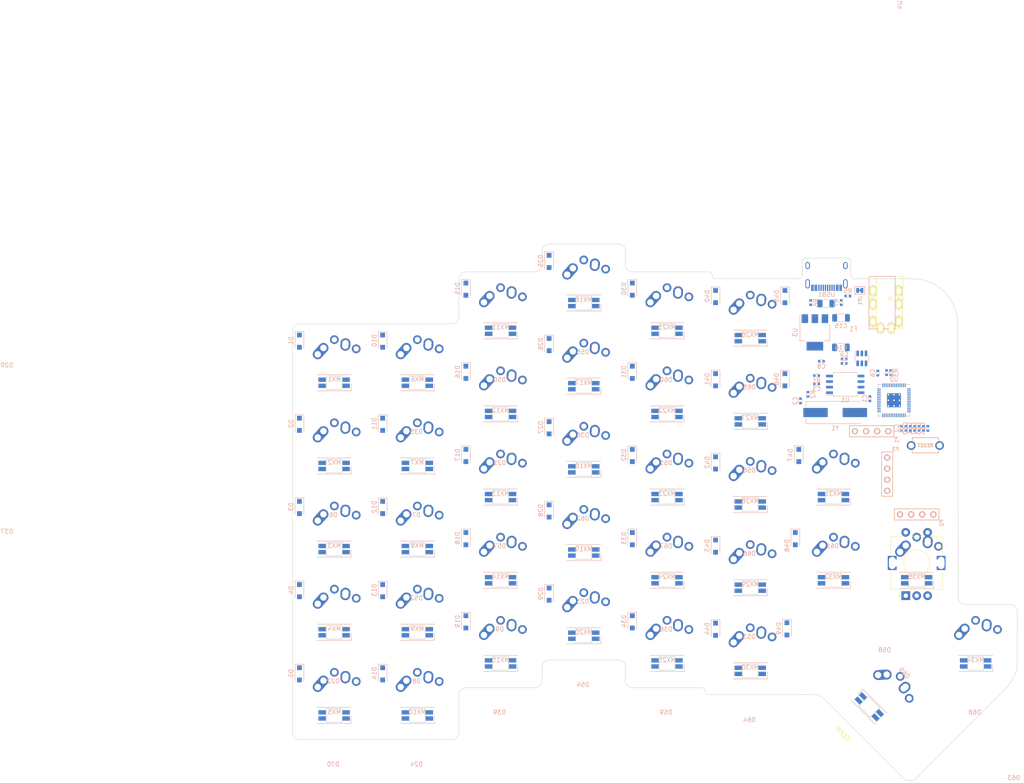
<source format=kicad_pcb>
(kicad_pcb (version 20210606) (generator pcbnew)
  (layers (0 "F.Cu" signal) (31 "B.Cu" signal) (34 "B.Paste" user) (35 "F.Paste" user) (36 "B.SilkS" user "B.Silkscreen") (37 "F.SilkS" user "F.Silkscreen") (38 "B.Mask" user) (39 "F.Mask" user) (44 "Edge.Cuts" user))
  (net 0 "")
  (net 1 "GND")
  (net 2 "Net-(C1-Pad2)")
  (net 3 "Net-(C2-Pad2)")
  (net 4 "QSPI_SS")
  (net 5 "+1V1")
  (net 6 "VBUS")
  (net 7 "Net-(D1-Pad2)")
  (net 8 "ROW0")
  (net 9 "Net-(D2-Pad2)")
  (net 10 "ROW1")
  (net 11 "Net-(D3-Pad2)")
  (net 12 "ROW2")
  (net 13 "Net-(D4-Pad2)")
  (net 14 "ROW3")
  (net 15 "Net-(D5-Pad2)")
  (net 16 "ROW4")
  (net 17 "Net-(D20-Pad2)")
  (net 18 "Net-(D6-Pad2)")
  (net 19 "VCC")
  (net 20 "Net-(D21-Pad4)")
  (net 21 "Net-(D22-Pad2)")
  (net 22 "Net-(D8-Pad2)")
  (net 23 "Net-(D23-Pad4)")
  (net 24 "Net-(D10-Pad2)")
  (net 25 "Net-(D11-Pad2)")
  (net 26 "Net-(D12-Pad2)")
  (net 27 "Net-(D13-Pad2)")
  (net 28 "Net-(D14-Pad2)")
  (net 29 "Net-(D15-Pad2)")
  (net 30 "Net-(D16-Pad2)")
  (net 31 "Net-(D17-Pad2)")
  (net 32 "Net-(D18-Pad2)")
  (net 33 "Net-(D19-Pad2)")
  (net 34 "Net-(D20-Pad4)")
  (net 35 "Net-(D21-Pad2)")
  (net 36 "Net-(D22-Pad4)")
  (net 37 "Net-(D23-Pad2)")
  (net 38 "Net-(D24-Pad4)")
  (net 39 "Net-(D25-Pad2)")
  (net 40 "Net-(D26-Pad2)")
  (net 41 "Net-(D27-Pad2)")
  (net 42 "Net-(D28-Pad2)")
  (net 43 "Net-(D29-Pad2)")
  (net 44 "Net-(D30-Pad2)")
  (net 45 "Net-(D31-Pad2)")
  (net 46 "Net-(D32-Pad2)")
  (net 47 "Net-(D33-Pad2)")
  (net 48 "Net-(D34-Pad2)")
  (net 49 "Net-(D35-Pad4)")
  (net 50 "Net-(D36-Pad2)")
  (net 51 "Net-(D37-Pad4)")
  (net 52 "Net-(D38-Pad2)")
  (net 53 "Net-(D39-Pad4)")
  (net 54 "Net-(D40-Pad2)")
  (net 55 "Net-(D41-Pad2)")
  (net 56 "Net-(D42-Pad2)")
  (net 57 "Net-(D43-Pad2)")
  (net 58 "Net-(D44-Pad2)")
  (net 59 "Net-(D45-Pad2)")
  (net 60 "Net-(D46-Pad2)")
  (net 61 "Net-(D47-Pad2)")
  (net 62 "Net-(D48-Pad2)")
  (net 63 "Net-(D49-Pad2)")
  (net 64 "Net-(D50-Pad4)")
  (net 65 "Net-(D51-Pad2)")
  (net 66 "Net-(D52-Pad4)")
  (net 67 "Net-(D53-Pad2)")
  (net 68 "Net-(D54-Pad4)")
  (net 69 "Net-(D55-Pad4)")
  (net 70 "Net-(D56-Pad2)")
  (net 71 "Net-(D57-Pad4)")
  (net 72 "Net-(D58-Pad2)")
  (net 73 "Net-(D59-Pad4)")
  (net 74 "Net-(D60-Pad4)")
  (net 75 "Net-(D61-Pad2)")
  (net 76 "Net-(D62-Pad4)")
  (net 77 "Net-(D63-Pad2)")
  (net 78 "Net-(D64-Pad4)")
  (net 79 "LED")
  (net 80 "Net-(D66-Pad2)")
  (net 81 "Net-(D68-Pad2)")
  (net 82 "Net-(F1-Pad1)")
  (net 83 "TRRS1")
  (net 84 "TRRS2")
  (net 85 "Data")
  (net 86 "SCL")
  (net 87 "SDA")
  (net 88 "COL0")
  (net 89 "COL1")
  (net 90 "COL2")
  (net 91 "COL3")
  (net 92 "COL4")
  (net 93 "COL5")
  (net 94 "COL6")
  (net 95 "SPI0 TX{slash}UART1 RTS")
  (net 96 "SPI0 SCK{slash}UART1 CTS")
  (net 97 "SPI0 CSn{slash}UART1 RX")
  (net 98 "SPI0 RX{slash}UART1 TX")
  (net 99 "Net-(R1-Pad2)")
  (net 100 "Net-(R2-Pad2)")
  (net 101 "Net-(R3-Pad1)")
  (net 102 "D+")
  (net 103 "Net-(R4-Pad1)")
  (net 104 "D-")
  (net 105 "Net-(R5-Pad2)")
  (net 106 "Net-(R6-Pad2)")
  (net 107 "Net-(R7-Pad1)")
  (net 108 "ENC0")
  (net 109 "ENC1")
  (net 110 "QSPI_SD1")
  (net 111 "QSPI_SD2")
  (net 112 "QSPI_SD0")
  (net 113 "QSPI_SCLK")
  (net 114 "QSPI_SD3")
  (net 128 "Net-(U4-Pad1)")
  (net 129 "Net-(U4-Pad3)")
  (net 130 "Net-(D24-Pad2)")
  (footprint "Keebio-Parts:MX-Alps-Choc-1U-NoLED" (layer "F.Cu") (at 157.95625 101.6)
    (fp_text reference "MX31")
    (fp_text value "MX-NoLED")
  )
  (footprint "Keebio-Parts:MX-Alps-Choc-1U-NoLED" (layer "F.Cu") (at 119.85625 101.6)
    (fp_text reference "MX23")
    (fp_text value "MX-NoLED")
  )
  (footprint "Keebio-Parts:MX-Alps-Choc-1U-NoLED" (layer "F.Cu") (at 138.90625 141.4)
    (fp_text reference "MX30")
    (fp_text value "MX-NoLED")
  )
  (footprint "Keebio-Parts:MX-Alps-Choc-1U-NoLED" (layer "F.Cu") (at 119.85625 120.65)
    (fp_text reference "MX24")
    (fp_text value "MX-NoLED")
  )
  (footprint "Keebio-Parts:MX-Alps-Choc-1U-NoLED" (layer "F.Cu") (at 138.90625 122.35)
    (fp_text reference "MX29")
    (fp_text value "MX-NoLED")
  )
  (footprint "Keebio-Parts:MX-Alps-Choc-1U-NoLED" (layer "F.Cu") (at 138.90625 84.25)
    (fp_text reference "MX27")
    (fp_text value "MX-NoLED")
  )
  (footprint "Keebio-Parts:MX-Alps-Choc-1U-NoLED" (layer "F.Cu") (at 177.00625 120.65)
    (fp_text reference "MX35")
    (fp_text value "MX-NoLED")
  )
  (footprint "Zodiark:MJ-4PP-9_rev2" (layer "F.Cu") (at 170.825 55.05)
    (fp_text reference "J1")
    (fp_text value "MJ-4PP-9-Lily58-cache" hide)
  )
  (footprint "Keebio-Parts:MX-Alps-Choc-1U-NoLED" (layer "F.Cu") (at 100.80625 76.2)
    (fp_text reference "MX17")
    (fp_text value "MX-NoLED")
  )
  (footprint "Keebio-Parts:MX-Alps-Choc-1U-NoLED" (layer "F.Cu") (at 119.85625 139.7)
    (fp_text reference "MX25")
    (fp_text value "MX-NoLED")
  )
  (footprint "Keebio-Parts:MX-Alps-Choc-1U-NoLED" (layer "F.Cu") (at 138.90625 103.3)
    (fp_text reference "MX28")
    (fp_text value "MX-NoLED")
  )
  (footprint "Keebio-Parts:MX-Alps-Choc-1U-NoLED" (layer "F.Cu") (at 138.90625 65.2)
    (fp_text reference "MX26")
    (fp_text value "MX-NoLED")
  )
  (footprint "Keebio-Parts:MX-Alps-Choc-1U-NoLED" (layer "F.Cu") (at 81.75625 63.5)
    (fp_text reference "MX11")
    (fp_text value "MX-NoLED")
  )
  (footprint "Keebio-Parts:MX-Alps-Choc-1U-NoLED" (layer "F.Cu") (at 81.75625 139.7)
    (fp_text reference "MX15")
    (fp_text value "MX-NoLED")
  )
  (footprint "Keebio-Parts:MX-Alps-Choc-1U-NoLED" (layer "F.Cu") (at 100.80625 133.35)
    (fp_text reference "MX20")
    (fp_text value "MX-NoLED")
  )
  (footprint "Keebio-Parts:MX-Alps-Choc-1U-NoLED" (layer "F.Cu") (at 81.75625 82.55)
    (fp_text reference "MX12")
    (fp_text value "MX-NoLED")
  )
  (footprint "Keebio-Parts:MX-Alps-Choc-1U-NoLED" (layer "F.Cu") (at 100.80625 57.15)
    (fp_text reference "MX16")
    (fp_text value "MX-NoLED")
  )
  (footprint "Keebio-Parts:MX-Alps-Choc-2u-StabFlip-NoLED" (layer "F.Cu") (at 169.06875 150.8125 -45)
    (fp_text reference "MX33")
    (fp_text value "MX-NoLED")
  )
  (footprint "Keebio-Parts:MX-Alps-Choc-1U-NoLED" (layer "F.Cu") (at 62.70625 75.40625)
    (fp_text reference "MX6")
    (fp_text value "MX-NoLED")
  )
  (footprint "Keebio-Parts:MX-Alps-Choc-1U-NoLED" (layer "F.Cu") (at 119.85625 82.55)
    (fp_text reference "MX22")
    (fp_text value "MX-NoLED")
  )
  (footprint "Keebio-Parts:MX-Alps-Choc-1U-NoLED" (layer "F.Cu") (at 43.7125 94.45625)
    (fp_text reference "MX2")
    (fp_text value "MX-NoLED")
  )
  (footprint "Keebio-Parts:MX-Alps-Choc-1U-NoLED" (layer "F.Cu") (at 81.75625 101.6)
    (fp_text reference "MX13")
    (fp_text value "MX-NoLED")
  )
  (footprint "Keebio-Parts:MX-Alps-Choc-1U-NoLED" (layer "F.Cu") (at 190.5 139.7)
    (fp_text reference "MX34")
    (fp_text value "MX-NoLED")
  )
  (footprint "Keebio-Parts:MX-Alps-Choc-1U-NoLED" (layer "F.Cu") (at 43.71875 151.60625)
    (fp_text reference "MX5")
    (fp_text value "MX-NoLED")
  )
  (footprint "Keebio-Parts:MX-Alps-Choc-1U-NoLED" (layer "F.Cu") (at 43.7125 113.50625)
    (fp_text reference "MX3")
    (fp_text value "MX-NoLED")
  )
  (footprint "Keebio-Parts:MX-Alps-Choc-1U-NoLED" (layer "F.Cu") (at 100.80625 114.3)
    (fp_text reference "MX19")
    (fp_text value "MX-NoLED")
  )
  (footprint "Keebio-Parts:MX-Alps-Choc-1U-NoLED" (layer "F.Cu") (at 43.71875 132.55625)
    (fp_text reference "MX4")
    (fp_text value "MX-NoLED")
  )
  (footprint "Keebio-Parts:MX-Alps-Choc-1U-NoLED" (layer "F.Cu") (at 157.95625 120.65)
    (fp_text reference "MX32")
    (fp_text value "MX-NoLED")
  )
  (footprint "Keebio-Parts:MX-Alps-Choc-1U-NoLED" (layer "F.Cu") (at 62.70625 94.45625)
    (fp_text reference "MX7")
    (fp_text value "MX-NoLED")
  )
  (footprint "Keebio-Parts:MX-Alps-Choc-1U-NoLED" (layer "F.Cu") (at 62.70625 151.60625)
    (fp_text reference "MX10")
    (fp_text value "MX-NoLED")
  )
  (footprint "Keebio-Parts:MX-Alps-Choc-1U-NoLED" (layer "F.Cu") (at 62.70625 113.50625)
    (fp_text reference "MX8")
    (fp_text value "MX-NoLED")
  )
  (footprint "Keebio-Parts:MX-Alps-Choc-1U-NoLED" (layer "F.Cu") (at 43.7125 75.40625)
    (fp_text reference "MX1")
    (fp_text value "MX-NoLED")
  )
  (footprint "Keebio-Parts:MX-Alps-Choc-1U-NoLED" (layer "F.Cu") (at 81.75625 120.65)
    (fp_text reference "MX14")
    (fp_text value "MX-NoLED")
  )
  (footprint "Keebio-Parts:RotaryEncoder_EC11" (layer "F.Cu") (at 177.00625 120.65 90)
    (fp_text reference "SW2")
    (fp_text value "Rotary_Encoder_Switch")
  )
  (footprint "Keebio-Parts:MX-Alps-Choc-1U-NoLED" (layer "F.Cu") (at 100.80625 95.25)
    (fp_text reference "MX18")
    (fp_text value "MX-NoLED")
  )
  (footprint "Keebio-Parts:MX-Alps-Choc-1U-NoLED" (layer "F.Cu") (at 62.70625 132.55625)
    (fp_text reference "MX9")
    (fp_text value "MX-NoLED")
  )
  (footprint "Keebio-Parts:MX-Alps-Choc-1U-NoLED" (layer "F.Cu") (at 119.85625 63.5)
    (fp_text reference "MX21")
    (fp_text value "MX-NoLED")
  )
  (footprint "kbd:YS-SK6812MINI-E" (layer "B.Cu") (at 62.70625 155.575 180)
    (fp_text reference "D24")
    (fp_text value "SK6812MINI-E_Easy_Solder")
    (fp_line (start 1.8 -1.55) (end 1.8 1.55) (layer "Edge.Cuts") (width 0.12))
    (fp_line (start 1.8 1.55) (end -1.8 1.55) (layer "Edge.Cuts") (width 0.12))
    (fp_line (start -1.8 1.55) (end -1.8 -1.55) (layer "Edge.Cuts") (width 0.12))
    (fp_line (start -1.8 -1.55) (end 1.8 -1.55) (layer "Edge.Cuts") (width 0.12))
  )
  (footprint "Resistor_SMD:R_0402_1005Metric" (layer "B.Cu") (at 154.09125 77.7375)
    (fp_text reference "R1")
    (fp_text value "1k")
  )
  (footprint "Diode_SMD:D_SOD-123F" (layer "B.Cu") (at 73.81875 115.09375 -90)
    (fp_text reference "D18")
    (fp_text value "D_Small")
  )
  (footprint "Diode_SMD:D_SOD-123F" (layer "B.Cu") (at 92.86875 108.74375 -90)
    (fp_text reference "D28")
    (fp_text value "D_Small")
  )
  (footprint "Resistor_SMD:R_0402_1005Metric" (layer "B.Cu") (at 174.55 89.84 -90)
    (fp_text reference "C9")
    (fp_text value "100n")
  )
  (footprint "Diode_SMD:D_SOD-123F" (layer "B.Cu") (at 150.01875 96.04375 -90)
    (fp_text reference "D47")
    (fp_text value "D_Small")
  )
  (footprint "Diode_SMD:D_SOD-123F" (layer "B.Cu") (at 73.81875 76.99375 -90)
    (fp_text reference "D16")
    (fp_text value "D_Small")
  )
  (footprint "Zodiark:OLED_4Pin" (layer "B.Cu") (at 170.4975 90.4875 180)
    (fp_text reference "P1")
    (fp_text value "OLED" hide)
  )
  (footprint "Diode_SMD:D_SOD-123F" (layer "B.Cu") (at 92.86875 70.64375 -90)
    (fp_text reference "D26")
    (fp_text value "D_Small")
  )
  (footprint "Resistor_SMD:R_0402_1005Metric" (layer "B.Cu") (at 150.4125 83.535 -90)
    (fp_text reference "C2")
    (fp_text value "27p")
  )
  (footprint "Diode_SMD:D_SOD-123F" (layer "B.Cu") (at 54.76875 88.9 -90)
    (fp_text reference "D11")
    (fp_text value "D_Small")
  )
  (footprint "Diode_SMD:D_SOD-123F" (layer "B.Cu") (at 111.91875 134.14375 -90)
    (fp_text reference "D34")
    (fp_text value "D_Small")
  )
  (footprint "Resistor_SMD:R_0402_1005Metric" (layer "B.Cu") (at 177.55 89.84 -90)
    (fp_text reference "C12")
    (fp_text value "100n")
  )
  (footprint "kbd:YS-SK6812MINI-E" (layer "B.Cu") (at 81.75625 105.56875 180)
    (fp_text reference "D57")
    (fp_text value "SK6812MINI-E_Easy_Solder")
    (fp_line (start 1.8 -1.55) (end 1.8 1.55) (layer "Edge.Cuts") (width 0.12))
    (fp_line (start -1.8 -1.55) (end 1.8 -1.55) (layer "Edge.Cuts") (width 0.12))
    (fp_line (start 1.8 1.55) (end -1.8 1.55) (layer "Edge.Cuts") (width 0.12))
    (fp_line (start -1.8 1.55) (end -1.8 -1.55) (layer "Edge.Cuts") (width 0.12))
  )
  (footprint "kbd:YS-SK6812MINI-E" (layer "B.Cu") (at 81.75625 67.46875 180)
    (fp_text reference "D50")
    (fp_text value "SK6812MINI-E_Easy_Solder")
    (fp_line (start -1.8 -1.55) (end 1.8 -1.55) (layer "Edge.Cuts") (width 0.12))
    (fp_line (start 1.8 1.55) (end -1.8 1.55) (layer "Edge.Cuts") (width 0.12))
    (fp_line (start 1.8 -1.55) (end 1.8 1.55) (layer "Edge.Cuts") (width 0.12))
    (fp_line (start -1.8 1.55) (end -1.8 -1.55) (layer "Edge.Cuts") (width 0.12))
  )
  (footprint "Diode_SMD:D_SOD-123F" (layer "B.Cu") (at 92.86875 51.59375 -90)
    (fp_text reference "D25")
    (fp_text value "D_Small")
  )
  (footprint "Diode_SMD:D_SOD-123F" (layer "B.Cu") (at 54.76875 107.95 -90)
    (fp_text reference "D12")
    (fp_text value "D_Small")
  )
  (footprint "Diode_SMD:D_SOD-123F" (layer "B.Cu") (at 130.96875 116.79375 -90)
    (fp_text reference "D43")
    (fp_text value "D_Small")
  )
  (footprint "Package_TO_SOT_SMD:SOT-23-6" (layer "B.Cu") (at 164.45 73.8 -90)
    (fp_text reference "U4")
    (fp_text value "USBLC6-2SC6")
  )
  (footprint "kbd:YS-SK6812MINI-E" (layer "B.Cu") (at 190.5 143.66875 180)
    (fp_text reference "D68")
    (fp_text value "SK6812MINI-E_Easy_Solder")
    (fp_line (start 1.8 1.55) (end -1.8 1.55) (layer "Edge.Cuts") (width 0.12))
    (fp_line (start -1.8 1.55) (end -1.8 -1.55) (layer "Edge.Cuts") (width 0.12))
    (fp_line (start 1.8 -1.55) (end 1.8 1.55) (layer "Edge.Cuts") (width 0.12))
    (fp_line (start -1.8 -1.55) (end 1.8 -1.55) (layer "Edge.Cuts") (width 0.12))
  )
  (footprint "Diode_SMD:D_SOD-123F" (layer "B.Cu") (at 149.225 115.09375 -90)
    (fp_text reference "D48")
    (fp_text value "D_Small")
  )
  (footprint "Zodiark:OLED_4Pin" (layer "B.Cu") (at 170.25 96.5 -90)
    (fp_text reference "P3")
    (fp_text value "OLED" hide)
  )
  (footprint "kbd:YS-SK6812MINI-E" (layer "B.Cu") (at 81.75625 86.51875 180)
    (fp_text reference "D21")
    (fp_text value "SK6812MINI-E_Easy_Solder")
    (fp_line (start 1.8 1.55) (end -1.8 1.55) (layer "Edge.Cuts") (width 0.12))
    (fp_line (start -1.8 -1.55) (end 1.8 -1.55) (layer "Edge.Cuts") (width 0.12))
    (fp_line (start -1.8 1.55) (end -1.8 -1.55) (layer "Edge.Cuts") (width 0.12))
    (fp_line (start 1.8 -1.55) (end 1.8 1.55) (layer "Edge.Cuts") (width 0.12))
  )
  (footprint "kbd:YS-SK6812MINI-E" (layer "B.Cu") (at 177.00625 124.61875 180)
    (fp_text reference "D63")
    (fp_text value "SK6812MINI-E_Easy_Solder")
    (fp_line (start -1.8 -1.55) (end 1.8 -1.55) (layer "Edge.Cuts") (width 0.12))
    (fp_line (start 1.8 1.55) (end -1.8 1.55) (layer "Edge.Cuts") (width 0.12))
    (fp_line (start 1.8 -1.55) (end 1.8 1.55) (layer "Edge.Cuts") (width 0.12))
    (fp_line (start -1.8 1.55) (end -1.8 -1.55) (layer "Edge.Cuts") (width 0.12))
  )
  (footprint "kbd:YS-SK6812MINI-E" (layer "B.Cu") (at 119.85625 67.46875 180)
    (fp_text reference "D60")
    (fp_text value "SK6812MINI-E_Easy_Solder")
    (fp_line (start -1.8 1.55) (end -1.8 -1.55) (layer "Edge.Cuts") (width 0.12))
    (fp_line (start 1.8 -1.55) (end 1.8 1.55) (layer "Edge.Cuts") (width 0.12))
    (fp_line (start -1.8 -1.55) (end 1.8 -1.55) (layer "Edge.Cuts") (width 0.12))
    (fp_line (start 1.8 1.55) (end -1.8 1.55) (layer "Edge.Cuts") (width 0.12))
  )
  (footprint "Resistor_SMD:R_0402_1005Metric" (layer "B.Cu") (at 161.24375 59.5125 180)
    (fp_text reference "R5")
    (fp_text value "1M")
  )
  (footprint "kbd:YS-SK6812MINI-E" (layer "B.Cu") (at 119.85625 105.56875 180)
    (fp_text reference "D67")
    (fp_text value "SK6812MINI-E_Easy_Solder")
    (fp_line (start 1.8 1.55) (end -1.8 1.55) (layer "Edge.Cuts") (width 0.12))
    (fp_line (start -1.8 -1.55) (end 1.8 -1.55) (layer "Edge.Cuts") (width 0.12))
    (fp_line (start -1.8 1.55) (end -1.8 -1.55) (layer "Edge.Cuts") (width 0.12))
    (fp_line (start 1.8 -1.55) (end 1.8 1.55) (layer "Edge.Cuts") (width 0.12))
  )
  (footprint "Resistor_SMD:R_0402_1005Metric" (layer "B.Cu") (at 173.55 89.84 -90)
    (fp_text reference "C7")
    (fp_text value "100n")
  )
  (footprint "kbd:YS-SK6812MINI-E" (layer "B.Cu") (at 62.70625 136.525 180)
    (fp_text reference "D8")
    (fp_text value "SK6812MINI-E_Easy_Solder")
    (fp_line (start -1.8 1.55) (end -1.8 -1.55) (layer "Edge.Cuts") (width 0.12))
    (fp_line (start -1.8 -1.55) (end 1.8 -1.55) (layer "Edge.Cuts") (width 0.12))
    (fp_line (start 1.8 -1.55) (end 1.8 1.55) (layer "Edge.Cuts") (width 0.12))
    (fp_line (start 1.8 1.55) (end -1.8 1.55) (layer "Edge.Cuts") (width 0.12))
  )
  (footprint "kbd:YS-SK6812MINI-E" (layer "B.Cu") (at 138.90625 69.16875 180)
    (fp_text reference "D65")
    (fp_text value "SK6812MINI-E_Easy_Solder")
    (fp_line (start -1.8 -1.55) (end 1.8 -1.55) (layer "Edge.Cuts") (width 0.12))
    (fp_line (start 1.8 1.55) (end -1.8 1.55) (layer "Edge.Cuts") (width 0.12))
    (fp_line (start -1.8 1.55) (end -1.8 -1.55) (layer "Edge.Cuts") (width 0.12))
    (fp_line (start 1.8 -1.55) (end 1.8 1.55) (layer "Edge.Cuts") (width 0.12))
  )
  (footprint "Resistor_SMD:R_0402_1005Metric" (layer "B.Cu") (at 170.1125 77.05 90)
    (fp_text reference "R4")
    (fp_text value "27.4")
  )
  (footprint "Diode_SMD:D_SOD-123F" (layer "B.Cu") (at 35.71875 146.05 -90)
    (fp_text reference "D5")
    (fp_text value "D_Small")
  )
  (footprint "Diode_SMD:D_SOD-123F" (layer "B.Cu") (at 54.76875 69.85 -90)
    (fp_text reference "D10")
    (fp_text value "D_Small")
  )
  (footprint "Resistor_SMD:R_0402_1005Metric" (layer "B.Cu") (at 152.74375 61.0125 90)
    (fp_text reference "R6")
    (fp_text value "5.11k")
  )
  (footprint "Resistor_SMD:R_0402_1005Metric" (layer "B.Cu") (at 152.1 82.04 90)
    (fp_text reference "R2")
    (fp_text value "1k")
  )
  (footprint "kbd:YS-SK6812MINI-E" (layer "B.Cu") (at 119.85625 143.66875 180)
    (fp_text reference "D59")
    (fp_text value "SK6812MINI-E_Easy_Solder")
    (fp_line (start 1.8 1.55) (end -1.8 1.55) (layer "Edge.Cuts") (width 0.12))
    (fp_line (start 1.8 -1.55) (end 1.8 1.55) (layer "Edge.Cuts") (width 0.12))
    (fp_line (start -1.8 1.55) (end -1.8 -1.55) (layer "Edge.Cuts") (width 0.12))
    (fp_line (start -1.8 -1.55) (end 1.8 -1.55) (layer "Edge.Cuts") (width 0.12))
  )
  (footprint "kbd:YS-SK6812MINI-E" (layer "B.Cu") (at 100.80625 99.21875 180)
    (fp_text reference "D62")
    (fp_text value "SK6812MINI-E_Easy_Solder")
    (fp_line (start -1.8 -1.55) (end 1.8 -1.55) (layer "Edge.Cuts") (width 0.12))
    (fp_line (start -1.8 1.55) (end -1.8 -1.55) (layer "Edge.Cuts") (width 0.12))
    (fp_line (start 1.8 -1.55) (end 1.8 1.55) (layer "Edge.Cuts") (width 0.12))
    (fp_line (start 1.8 1.55) (end -1.8 1.55) (layer "Edge.Cuts") (width 0.12))
  )
  (footprint "Diode_SMD:D_SOD-123F" (layer "B.Cu") (at 130.96875 135.84375 -90)
    (fp_text reference "D44")
    (fp_text value "D_Small")
  )
  (footprint "Diode_SMD:D_SOD-123F" (layer "B.Cu") (at 130.96875 59.64375 -90)
    (fp_text reference "D40")
    (fp_text value "D_Small")
  )
  (footprint "kbd:YS-SK6812MINI-E" (layer "B.Cu") (at 157.95625 105.56875 180)
    (fp_text reference "D61")
    (fp_text value "SK6812MINI-E_Easy_Solder")
    (fp_line (start 1.8 1.55) (end -1.8 1.55) (layer "Edge.Cuts") (width 0.12))
    (fp_line (start 1.8 -1.55) (end 1.8 1.55) (layer "Edge.Cuts") (width 0.12))
    (fp_line (start -1.8 1.55) (end -1.8 -1.55) (layer "Edge.Cuts") (width 0.12))
    (fp_line (start -1.8 -1.55) (end 1.8 -1.55) (layer "Edge.Cuts") (width 0.12))
  )
  (footprint "Diode_SMD:D_SOD-123F" (layer "B.Cu") (at 147.3 135.75 -90)
    (fp_text reference "D49")
    (fp_text value "D_Small")
  )
  (footprint "Resistor_SMD:R_0402_1005Metric" (layer "B.Cu") (at 175.55 89.84 -90)
    (fp_text reference "C10")
    (fp_text value "100n")
  )
  (footprint "Diode_SMD:D_SOD-123F" (layer "B.Cu") (at 146.84375 59.64375 -90)
    (fp_text reference "D45")
    (fp_text value "D_Small")
  )
  (footprint "kbd:YS-SK6812MINI-E" (layer "B.Cu") (at 166.15 153.6 -45)
    (fp_text reference "D69")
    (fp_text value "SK6812MINI-E_Easy_Solder")
    (fp_line (start -1.8 1.55) (end -1.8 -1.55) (layer "Edge.Cuts") (width 0.12))
    (fp_line (start 1.8 -1.55) (end 1.8 1.55) (layer "Edge.Cuts") (width 0.12))
    (fp_line (start -1.8 -1.55) (end 1.8 -1.55) (layer "Edge.Cuts") (width 0.12))
    (fp_line (start 1.8 1.55) (end -1.8 1.55) (layer "Edge.Cuts") (width 0.12))
  )
  (footprint "kbd:YS-SK6812MINI-E" (layer "B.Cu") (at 157.95625 124.61875 180)
    (fp_text reference "D58")
    (fp_text value "SK6812MINI-E_Easy_Solder")
    (fp_line (start -1.8 -1.55) (end 1.8 -1.55) (layer "Edge.Cuts") (width 0.12))
    (fp_line (start 1.8 1.55) (end -1.8 1.55) (layer "Edge.Cuts") (width 0.12))
    (fp_line (start 1.8 -1.55) (end 1.8 1.55) (layer "Edge.Cuts") (width 0.12))
    (fp_line (start -1.8 1.55) (end -1.8 -1.55) (layer "Edge.Cuts") (width 0.12))
  )
  (footprint "Resistor_SMD:R_0402_1005Metric" (layer "B.Cu") (at 160.4 74.95 180)
    (fp_text reference "C5")
    (fp_text value "100n")
  )
  (footprint "Zodiark:OLED_4Pin" (layer "B.Cu") (at 180.81625 109.5375 180)
    (fp_text reference "P2")
    (fp_text value "OLED" hide)
  )
  (footprint "Diode_SMD:D_SOD-123F" (layer "B.Cu") (at 73.81875 96.04375 -90)
    (fp_text reference "D17")
    (fp_text value "D_Small")
  )
  (footprint "RP2040_minimal:RP2040-QFN-56" (layer "B.Cu") (at 171.8 83.4 180)
    (fp_text reference "U2")
    (fp_text value "RP2040")
  )
  (footprint "kbd:YS-SK6812MINI-E" (layer "B.Cu") (at 62.70625 117.475 180)
    (fp_text reference "D52")
    (fp_text value "SK6812MINI-E_Easy_Solder")
    (fp_line (start 1.8 -1.55) (end 1.8 1.55) (layer "Edge.Cuts") (width 0.12))
    (fp_line (start 1.8 1.55) (end -1.8 1.55) (layer "Edge.Cuts") (width 0.12))
    (fp_line (start -1.8 -1.55) (end 1.8 -1.55) (layer "Edge.Cuts") (width 0.12))
    (fp_line (start -1.8 1.55) (end -1.8 -1.55) (layer "Edge.Cuts") (width 0.12))
  )
  (footprint "Resistor_SMD:R_0402_1005Metric" (layer "B.Cu") (at 166.2875 83.025 -90)
    (fp_text reference "C1")
    (fp_text value "27p")
  )
  (footprint "Diode_SMD:D_SOD-123F" (layer "B.Cu") (at 54.76875 146.05 -90)
    (fp_text reference "D14")
    (fp_text value "D_Small")
  )
  (footprint "kbd:YS-SK6812MINI-E" (layer "B.Cu") (at 138.90625 145.36875 180)
    (fp_text reference "D64")
    (fp_text value "SK6812MINI-E_Easy_Solder")
    (fp_line (start 1.8 1.55) (end -1.8 1.55) (layer "Edge.Cuts") (width 0.12))
    (fp_line (start 1.8 -1.55) (end 1.8 1.55) (layer "Edge.Cuts") (width 0.12))
    (fp_line (start -1.8 1.55) (end -1.8 -1.55) (layer "Edge.Cuts") (width 0.12))
    (fp_line (start -1.8 -1.55) (end 1.8 -1.55) (layer "Edge.Cuts") (width 0.12))
  )
  (footprint "Diode_SMD:D_SOD-123F" (layer "B.Cu") (at 35.71875 88.9 -90)
    (fp_text reference "D2")
    (fp_text value "D_Small")
  )
  (footprint "kbd:YS-SK6812MINI-E" (layer "B.Cu") (at 100.80625 137.31875 180)
    (fp_text reference "D54")
    (fp_text value "SK6812MINI-E_Easy_Solder")
    (fp_line (start -1.8 -1.55) (end 1.8 -1.55) (layer "Edge.Cuts") (width 0.12))
    (fp_line (start 1.8 1.55) (end -1.8 1.55) (layer "Edge.Cuts") (width 0.12))
    (fp_line (start -1.8 1.55) (end -1.8 -1.55) (layer "Edge.Cuts") (width 0.12))
    (fp_line (start 1.8 -1.55) (end 1.8 1.55) (layer "Edge.Cuts") (width 0.12))
  )
  (footprint "kbd:YS-SK6812MINI-E" (layer "B.Cu") (at 119.85625 86.51875 180)
    (fp_text reference "D51")
    (fp_text value "SK6812MINI-E_Easy_Solder")
    (fp_line (start 1.8 1.55) (end -1.8 1.55) (layer "Edge.Cuts") (width 0.12))
    (fp_line (start 1.8 -1.55) (end 1.8 1.55) (layer "Edge.Cuts") (width 0.12))
    (fp_line (start -1.8 1.55) (end -1.8 -1.55) (layer "Edge.Cuts") (width 0.12))
    (fp_line (start -1.8 -1.55) (end 1.8 -1.55) (layer "Edge.Cuts") (width 0.12))
  )
  (footprint "Diode_SMD:D_SOD-123F" (layer "B.Cu") (at 35.71875 127 -90)
    (fp_text reference "D4")
    (fp_text value "D_Small")
  )
  (footprint "Resistor_SMD:R_0402_1005Metric" (layer "B.Cu") (at 178.55 89.84 -90)
    (fp_text reference "C13")
    (fp_text value "100n")
  )
  (footprint "Resistor_SMD:R_0402_1005Metric" (layer "B.Cu") (at 160.41 73.95 180)
    (fp_text reference "C4")
    (fp_text value "100n")
  )
  (footprint "Resistor_SMD:R_1206_3216Metric" (layer "B.Cu") (at 159.69375 64.51875)
    (fp_text reference "C15")
    (fp_text value "10u")
  )
  (footprint "Diode_SMD:D_SOD-123F" (layer "B.Cu") (at 111.91875 96.04375 -90)
    (fp_text reference "D32")
    (fp_text value "D_Small")
  )
  (footprint "kbd:YS-SK6812MINI-E" (layer "B.Cu") (at 43.65625 79.375 180)
    (fp_text reference "D20")
    (fp_text value "SK6812MINI-E_Easy_Solder")
    (fp_line (start -1.8 1.55) (end -1.8 -1.55) (layer "Edge.Cuts") (width 0.12))
    (fp_line (start 1.8 1.55) (end -1.8 1.55) (layer "Edge.Cuts") (width 0.12))
    (fp_line (start 1.8 -1.55) (end 1.8 1.55) (layer "Edge.Cuts") (width 0.12))
    (fp_line (start -1.8 -1.55) (end 1.8 -1.55) (layer "Edge.Cuts") (width 0.12))
  )
  (footprint "Diode_SMD:D_SOD-123F" (layer "B.Cu") (at 111.91875 57.94375 -90)
    (fp_text reference "D30")
    (fp_text value "D_Small")
  )
  (footprint "Resistor_SMD:R_0402_1005Metric" (layer "B.Cu") (at 168.1125 77.16875 -90)
    (fp_text reference "C6")
    (fp_text value "1u")
  )
  (footprint "kbd:YS-SK6812MINI-E" (layer "B.Cu") (at 138.90625 126.31875 180)
    (fp_text reference "D53")
    (fp_text value "SK6812MINI-E_Easy_Solder")
    (fp_line (start 1.8 -1.55) (end 1.8 1.55) (layer "Edge.Cuts") (width 0.12))
    (fp_line (start -1.8 1.55) (end -1.8 -1.55) (layer "Edge.Cuts") (width 0.12))
    (fp_line (start -1.8 -1.55) (end 1.8 -1.55) (layer "Edge.Cuts") (width 0.12))
    (fp_line (start 1.8 1.55) (end -1.8 1.55) (layer "Edge.Cuts") (width 0.12))
  )
  (footprint "kbd:YS-SK6812MINI-E" (layer "B.Cu") (at 43.65625 136.525 180)
    (fp_text reference "D22")
    (fp_text value "SK6812MINI-E_Easy_Solder")
    (fp_line (start 1.8 -1.55) (end 1.8 1.55) (layer "Edge.Cuts") (width 0.12))
    (fp_line (start -1.8 1.55) (end -1.8 -1.55) (layer "Edge.Cuts") (width 0.12))
    (fp_line (start -1.8 -1.55) (end 1.8 -1.55) (layer "Edge.Cuts") (width 0.12))
    (fp_line (start 1.8 1.55) (end -1.8 1.55) (layer "Edge.Cuts") (width 0.12))
  )
  (footprint "kbd:YS-SK6812MINI-E" (layer "B.Cu") (at 100.80625 61.11875 180)
    (fp_text reference "D55")
    (fp_text value "SK6812MINI-E_Easy_Solder")
    (fp_line (start 1.8 1.55) (end -1.8 1.55) (layer "Edge.Cuts") (width 0.12))
    (fp_line (start -1.8 1.55) (end -1.8 -1.55) (layer "Edge.Cuts") (width 0.12))
    (fp_line (start -1.8 -1.55) (end 1.8 -1.55) (layer "Edge.Cuts") (width 0.12))
    (fp_line (start 1.8 -1.55) (end 1.8 1.55) (layer "Edge.Cuts") (width 0.12))
  )
  (footprint "Resistor_SMD:R_0402_1005Metric" (layer "B.Cu") (at 154.1 79.65)
    (fp_text reference "C3")
    (fp_text value "100n")
  )
  (footprint "Resistor_SMD:R_0402_1005Metric" (layer "B.Cu") (at 155.2 74.45)
    (fp_text reference "C8")
    (fp_text value "1u")
  )
  (footprint "kbd:YS-SK6812MINI-E" (layer "B.Cu") (at 43.65625 155.575 180)
    (fp_text reference "D70")
    (fp_text value "SK6812MINI-E_Easy_Solder")
    (fp_line (start -1.8 1.55) (end -1.8 -1.55) (layer "Edge.Cuts") (width 0.12))
    (fp_line (start 1.8 -1.55) (end 1.8 1.55) (layer "Edge.Cuts") (width 0.12))
    (fp_line (start 1.8 1.55) (end -1.8 1.55) (layer "Edge.Cuts") (width 0.12))
    (fp_line (start -1.8 -1.55) (end 1.8 -1.55) (layer "Edge.Cuts") (width 0.12))
  )
  (footprint "Diode_SMD:D_SOD-123F" (layer "B.Cu") (at 73.81875 134.14375 -90)
    (fp_text reference "D19")
    (fp_text value "D_Small")
  )
  (footprint "Fuse:Fuse_1206_3216Metric" (layer "B.Cu") (at 156.25 61.24375)
    (fp_text reference "F1")
    (fp_text value "MF-NSMF050-2")
  )
  (footprint "Resistor_SMD:R_0402_1005Metric" (layer "B.Cu") (at 171.1125 77.05 90)
    (fp_text reference "R3")
    (fp_text value "27.4")
  )
  (footprint "kbd:YS-SK6812MINI-E" (layer "B.Cu") (at 81.75625 124.61875 180)
    (fp_text reference "D9")
    (fp_text value "SK6812MINI-E_Easy_Solder")
    (fp_line (start -1.8 -1.55) (end 1.8 -1.55) (layer "Edge.Cuts") (width 0.12))
    (fp_line (start 1.8 -1.55) (end 1.8 1.55) (layer "Edge.Cuts") (width 0.12))
    (fp_line (start 1.8 1.55) (end -1.8 1.55) (layer "Edge.Cuts") (width 0.12))
    (fp_line (start -1.8 1.55) (end -1.8 -1.55) (layer "Edge.Cuts") (width 0.12))
  )
  (footprint "kbd:YS-SK6812MINI-E" (layer "B.Cu") (at 119.85625 124.61875 180)
    (fp_text reference "D38")
    (fp_text value "SK6812MINI-E_Easy_Solder")
    (fp_line (start 1.8 -1.55) (end 1.8 1.55) (layer "Edge.Cuts") (width 0.12))
    (fp_line (start -1.8 1.55) (end -1.8 -1.55) (layer "Edge.Cuts") (width 0.12))
    (fp_line (start -1.8 -1.55) (end 1.8 -1.55) (layer "Edge.Cuts") (width 0.12))
    (fp_line (start 1.8 1.55) (end -1.8 1.55) (layer "Edge.Cuts") (width 0.12))
  )
  (footprint "Resistor_SMD:R_0402_1005Metric" (layer "B.Cu") (at 159.74375 61.0125 -90)
    (fp_text reference "R7")
    (fp_text value "5.11k")
  )
  (footprint "kbd:YS-SK6812MINI-E" (layer "B.Cu") (at 43.65625 98.425 180)
    (fp_text reference "D6")
    (fp_text value "SK6812MINI-E_Easy_Solder")
    (fp_line (start -1.8 -1.55) (end 1.8 -1.55) (layer "Edge.Cuts") (width 0.12))
    (fp_line (start -1.8 1.55) (end -1.8 -1.55) (layer "Edge.Cuts") (width 0.12))
    (fp_line (start 1.8 1.55) (end -1.8 1.55) (layer "Edge.Cuts") (width 0.12))
    (fp_line (start 1.8 -1.55) (end 1.8 1.55) (layer "Edge.Cuts") (width 0.12))
  )
  (footprint "Diode_SMD:D_SOD-123F" (layer "B.Cu") (at 146.84375 78.69375 -90)
    (fp_text reference "D46")
    (fp_text value "D_Small")
  )
  (footprint "Resistor_SMD:R_1206_3216Metric" (layer "B.Cu") (at 159.65625 71.26875)
    (fp_text reference "C16")
    (fp_text value "10u")
  )
  (footprint "Zodiark:TACT_SWITCH_TVBP06" (layer "B.Cu") (at 179 93.75 180)
    (fp_text reference "SW1" hide)
    (fp_text value "SW_Push" hide)
  )
  (footprint "RP2040_minimal:Crystal_SMD_HC49-US" (layer "B.Cu") (at 158.35 86.2)
    (fp_text reference "Y1")
    (fp_text value "ABLS-12.000MHZ-B4-T")
  )
  (footprint "kbd:YS-SK6812MINI-E" (layer "B.Cu") (at 43.65625 117.475 180)
    (fp_text reference "D37")
    (fp_text value "SK6812MINI-E_Easy_Solder")
    (fp_line (start -1.8 1.55) (end -1.8 -1.55) (layer "Edge.Cuts") (width 0.12))
    (fp_line (start 1.8 -1.55) (end 1.8 1.55) (layer "Edge.Cuts") (width 0.12))
    (fp_line (start -1.8 -1.55) (end 1.8 -1.55) (layer "Edge.Cuts") (width 0.12))
    (fp_line (start 1.8 1.55) (end -1.8 1.55) (layer "Edge.Cuts") (width 0.12))
  )
  (footprint "kbd:YS-SK6812MINI-E" (layer "B.Cu") (at 138.90625 88.21875 180)
    (fp_text reference "D56")
    (fp_text value "SK6812MINI-E_Easy_Solder")
    (fp_line (start -1.8 -1.55) (end 1.8 -1.55) (layer "Edge.Cuts") (width 0.12))
    (fp_line (start 1.8 -1.55) (end 1.8 1.55) (layer "Edge.Cuts") (width 0.12))
    (fp_line (start -1.8 1.55) (end -1.8 -1.55) (layer "Edge.Cuts") (width 0.12))
    (fp_line (start 1.8 1.55) (end -1.8 1.55) (layer "Edge.Cuts") (width 0.12))
  )
  (footprint "kbd:YS-SK6812MINI-E" (layer "B.Cu") (at 138.90625 107.26875 180)
    (fp_text reference "D66")
    (fp_text value "SK6812MINI-E_Easy_Solder")
    (fp_line (start 1.8 1.55) (end -1.8 1.55) (layer "Edge.Cuts") (width 0.12))
    (fp_line (start 1.8 -1.55) (end 1.8 1.55) (layer "Edge.Cuts") (width 0.12))
    (fp_line (start -1.8 1.55) (end -1.8 -1.55) (layer "Edge.Cuts") (width 0.12))
    (fp_line (start -1.8 -1.55) (end 1.8 -1.55) (layer "Edge.Cuts") (width 0.12))
  )
  (footprint "Type-C:HRO-TYPE-C-31-M-12-Assembly" (layer "B.Cu") (at 156.36875 49.9375)
    (fp_text reference "USB1")
    (fp_text value "HRO-TYPE-C-31-M-12")
  )
  (footprint "Diode_SMD:D_SOD-123F" (layer "B.Cu") (at 111.91875 76.99375 -90)
    (fp_text reference "D31")
    (fp_text value "D_Small")
  )
  (footprint "Diode_SMD:D_SOD-123F" (layer "B.Cu") (at 130.96875 78.69375 -90)
    (fp_text reference "D41")
    (fp_text value "D_Small")
  )
  (footprint "Diode_SMD:D_SOD-123F" (layer "B.Cu") (at 92.86875 89.69375 -90)
    (fp_text reference "D27")
    (fp_text value "D_Small")
  )
  (footprint "Diode_SMD:D_SOD-123F" (layer "B.Cu") (at 54.76875 127 -90)
    (fp_text reference "D13")
    (fp_text value "D_Small")
  )
  (footprint "Resistor_SMD:R_0402_1005Metric" (layer "B.Cu") (at 176.55 89.84 -90)
    (fp_text reference "C11")
    (fp_text value "100n")
  )
  (footprint "kbd:YS-SK6812MINI-E" (layer "B.Cu") (at 62.70625 98.425 180)
    (fp_text reference "D7")
    (fp_text value "SK6812MINI-E_Easy_Solder")
    (fp_line (start 1.8 1.55) (end -1.8 1.55) (layer "Edge.Cuts") (width 0.12))
    (fp_line (start -1.8 1.55) (end -1.8 -1.55) (layer "Edge.Cuts") (width 0.12))
    (fp_line (start -1.8 -1.55) (end 1.8 -1.55) (layer "Edge.Cuts") (width 0.12))
    (fp_line (start 1.8 -1.55) (end 1.8 1.55) (layer "Edge.Cuts") (width 0.12))
  )
  (footprint "Diode_SMD:D_SOD-123F" (layer "B.Cu") (at 130.96875 97.74375 -90)
    (fp_text reference "D42")
    (fp_text value "D_Small")
  )
  (footprint "Diode_SMD:D_SOD-123F" (layer "B.Cu") (at 92.86875 127.79375 -90)
    (fp_text reference "D29")
    (fp_text value "D_Small")
  )
  (footprint "Diode_SMD:D_SOD-123F" (layer "B.Cu") (at 35.71875 107.95 -90)
    (fp_text reference "D3")
    (fp_text value "D_Small")
  )
  (footprint "Zodiark:jumper_data" (layer "B.Cu") (at 163.97462 58.225 180)
    (fp_text reference "JP1")
    (fp_text value "Jumper_NC_Small" hide)
  )
  (footprint "Package_TO_SOT_SMD:SOT-223-3_TabPin2" (layer "B.Cu") (at 153.7 67.85 -90)
    (fp_text reference "U3")
    (fp_text value "NCP1117-3.3_SOT223")
  )
  (footprint "kbd:YS-SK6812MINI-E" (layer "B.Cu") (at 62.70625 79.375 180)
    (fp_text reference "D35")
    (fp_text value "SK6812MINI-E_Easy_Solder")
    (fp_line (start 1.8 1.55) (end -1.8 1.55) (layer "Edge.Cuts") (width 0.12))
    (fp_line (start -1.8 1.55) (end -1.8 -1.55) (layer "Edge.Cuts") (width 0.12))
    (fp_line (start 1.8 -1.55) (end 1.8 1.55) (layer "Edge.Cuts") (width 0.12))
    (fp_line (start -1.8 -1.55) (end 1.8 -1.55) (layer "Edge.Cuts") (width 0.12))
  )
  (footprint "Diode_SMD:D_SOD-123F" (layer "B.Cu") (at 73.81875 57.94375 -90)
    (fp_text reference "D15")
    (fp_text value "D_Small")
  )
  (footprint "kbd:YS-SK6812MINI-E" (layer "B.Cu") (at 81.75625 143.66875 180)
    (fp_text reference "D39")
    (fp_text value "SK6812MINI-E_Easy_Solder")
    (fp_line (start 1.8 -1.55) (end 1.8 1.55) (layer "Edge.Cuts") (width 0.12))
    (fp_line (start 1.8 1.55) (end -1.8 1.55) (layer "Edge.Cuts") (width 0.12))
    (fp_line (start -1.8 -1.55) (end 1.8 -1.55) (layer "Edge.Cuts") (width 0.12))
    (fp_line (start -1.8 1.55) (end -1.8 -1.55) (layer "Edge.Cuts") (width 0.12))
  )
  (footprint "Diode_SMD:D_SOD-123F" (layer "B.Cu") (at 111.91875 115.09375 -90)
    (fp_text reference "D33")
    (fp_text value "D_Small")
  )
  (footprint "Diode_SMD:D_SOD-123F" (layer "B.Cu") (at 35.71875 69.85 -90)
    (fp_text reference "D1")
    (fp_text value "D_Small")
  )
  (footprint "Package_SO:SOIC-8_5.23x5.23mm_P1.27mm" (layer "B.Cu") (at 160.65 79.75)
    (fp_text reference "U1")
    (fp_text value "W25Q128JVS")
  )
  (footprint "kbd:YS-SK6812MINI-E" (layer "B.Cu") (at 100.80625 80.16875 180)
    (fp_text reference "D36")
    (fp_text value "SK6812MINI-E_Easy_Solder")
    (fp_line (start -1.8 1.55) (end -1.8 -1.55) (layer "Edge.Cuts") (width 0.12))
    (fp_line (start -1.8 -1.55) (end 1.8 -1.55) (layer "Edge.Cuts") (width 0.12))
    (fp_line (start 1.8 -1.55) (end 1.8 1.55) (layer "Edge.Cuts") (width 0.12))
    (fp_line (start 1.8 1.55) (end -1.8 1.55) (layer "Edge.Cuts") (width 0.12))
  )
  (footprint "kbd:YS-SK6812MINI-E" (layer "B.Cu") (at 100.80625 118.26875 180)
    (fp_text reference "D23")
    (fp_text value "SK6812MINI-E_Easy_Solder")
    (fp_line (start -1.8 1.55) (end -1.8 -1.55) (layer "Edge.Cuts") (width 0.12))
    (fp_line (start 1.8 1.55) (end -1.8 1.55) (layer "Edge.Cuts") (width 0.12))
    (fp_line (start -1.8 -1.55) (end 1.8 -1.55) (layer "Edge.Cuts") (width 0.12))
    (fp_line (start 1.8 -1.55) (end 1.8 1.55) (layer "Edge.Cuts") (width 0.12))
  )
  (footprint "Resistor_SMD:R_0402_1005Metric" (layer "B.Cu") (at 179.55 89.84 -90)
    (fp_text reference "C14")
    (fp_text value "100n")
  )
  (gr_arc (start 92.86875 49.2125) (end 91.28125 49.2125) (angle 90) (layer "Edge.Cuts") (width 0.1))
  (gr_arc (start 73.81875 55.5625) (end 72.23125 55.5625) (angle 90) (layer "Edge.Cuts") (width 0.1))
  (gr_arc (start 108.74375 49.2125) (end 108.74375 47.625) (angle 90) (layer "Edge.Cuts") (width 0.1))
  (gr_arc (start 108.74375 144.4625) (end 110.33125 144.4625) (angle -90) (layer "Edge.Cuts") (width 0.1))
  (gr_line (start 91.28125 52.3875) (end 91.28125 49.2125) (layer "Edge.Cuts") (width 0.1))
  (gr_line (start 130.96875 55.5625) (end 150.01875 55.5625) (layer "Edge.Cuts") (width 0.1))
  (gr_arc (start 188.11875 128.5875) (end 186.53125 128.5875) (angle -90) (layer "Edge.Cuts") (width 0.1))
  (gr_arc (start 176.059792 65.88125) (end 176.059792 55.5625) (angle 90) (layer "Edge.Cuts") (width 0.1))
  (gr_line (start 176.059792 55.5625) (end 175.41875 55.5625) (layer "Edge.Cuts") (width 0.1))
  (gr_line (start 35.71875 65.88125) (end 70.64375 65.88125) (layer "Edge.Cuts") (width 0.1))
  (gr_line (start 108.74375 142.875) (end 92.86875 142.875) (layer "Edge.Cuts") (width 0.1))
  (gr_arc (start 198.4375 131.7625) (end 198.4375 130.175) (angle 90) (layer "Edge.Cuts") (width 0.1))
  (gr_arc (start 111.91875 52.3875) (end 110.33125 52.3875) (angle -90) (layer "Edge.Cuts") (width 0.1))
  (gr_arc (start 111.91875 147.6375) (end 111.91875 149.225) (angle 90) (layer "Edge.Cuts") (width 0.1))
  (gr_line (start 173.83125 169.8625) (end 155.575 151.60625) (layer "Edge.Cuts") (width 0.1))
  (gr_line (start 127.79375 53.975) (end 129.38125 53.975) (layer "Edge.Cuts") (width 0.1))
  (gr_line (start 186.378542 65.88125) (end 186.53125 128.5875) (layer "Edge.Cuts") (width 0.1))
  (gr_arc (start 196.85 144.4625) (end 199.63072 145.892288) (angle -27.21127876) (layer "Edge.Cuts") (width 0.1))
  (gr_line (start 73.81875 53.975) (end 89.69375 53.975) (layer "Edge.Cuts") (width 0.1))
  (gr_arc (start 188.11875 141.2875) (end 197.64375 149.225) (angle -18.00416161) (layer "Edge.Cuts") (width 0.1))
  (gr_arc (start 70.64375 64.29375) (end 70.64375 65.88125) (angle -90) (layer "Edge.Cuts") (width 0.1))
  (gr_arc (start 130.96875 54.76875) (end 130.175 54.76875) (angle -90) (layer "Edge.Cuts") (width 0.1))
  (gr_arc (start 151.60625 51.59375) (end 150.8125 51.59375) (angle 90) (layer "Edge.Cuts") (width 0.1))
  (gr_line (start 89.69375 149.225) (end 73.81875 149.225) (layer "Edge.Cuts") (width 0.1))
  (gr_arc (start 161.13125 51.59375) (end 161.13125 50.8) (angle 90) (layer "Edge.Cuts") (width 0.1))
  (gr_line (start 188.11875 130.175) (end 198.4375 130.175) (layer "Edge.Cuts") (width 0.1))
  (gr_line (start 197.64375 149.225) (end 177.00625 169.8625) (layer "Edge.Cuts") (width 0.1))
  (gr_arc (start 153.19375 153.9875) (end 155.575 151.60625) (angle -26.56505118) (layer "Edge.Cuts") (width 0.1))
  (gr_line (start 154.258677 150.792718) (end 130.96875 150.8125) (layer "Edge.Cuts") (width 0.1))
  (gr_line (start 110.33125 147.6375) (end 110.33125 144.4625) (layer "Edge.Cuts") (width 0.1))
  (gr_arc (start 73.81875 150.8125) (end 73.81875 149.225) (angle -90) (layer "Edge.Cuts") (width 0.1))
  (gr_line (start 34.13125 67.46875) (end 34.13125 159.54375) (layer "Edge.Cuts") (width 0.1))
  (gr_line (start 200.025 131.7625) (end 199.976771 144.4625) (layer "Edge.Cuts") (width 0.1))
  (gr_arc (start 150.01875 54.76875) (end 150.01875 55.5625) (angle -90) (layer "Edge.Cuts") (width 0.1))
  (gr_line (start 91.28125 144.4625) (end 91.28125 147.6375) (layer "Edge.Cuts") (width 0.1))
  (gr_line (start 110.33125 49.2125) (end 110.33125 52.3875) (layer "Edge.Cuts") (width 0.1))
  (gr_arc (start 175.41875 168.275) (end 177.00625 169.8625) (angle 90) (layer "Edge.Cuts") (width 0.1))
  (gr_line (start 161.925 51.59375) (end 161.925 54.76875) (layer "Edge.Cuts") (width 0.1))
  (gr_arc (start 162.71875 54.76875) (end 161.925 54.76875) (angle -90) (layer "Edge.Cuts") (width 0.1))
  (gr_arc (start 35.71875 67.46875) (end 34.13125 67.46875) (angle 90) (layer "Edge.Cuts") (width 0.1))
  (gr_line (start 150.8125 54.76875) (end 150.8125 51.59375) (layer "Edge.Cuts") (width 0.1))
  (gr_arc (start 35.71875 159.54375) (end 34.13125 159.54375) (angle -90) (layer "Edge.Cuts") (width 0.1))
  (gr_line (start 111.91875 53.975) (end 127.79375 53.975) (layer "Edge.Cuts") (width 0.1))
  (gr_line (start 130.96875 150.8125) (end 129.38125 150.8125) (layer "Edge.Cuts") (width 0.1))
  (gr_line (start 92.86875 47.625) (end 108.74375 47.625) (layer "Edge.Cuts") (width 0.1))
  (gr_line (start 70.64375 161.13125) (end 35.71875 161.13125) (layer "Edge.Cuts") (width 0.1))
  (gr_arc (start 127.79375 150.01875) (end 128.5875 150.01875) (angle -90) (layer "Edge.Cuts") (width 0.1))
  (gr_arc (start 92.86875 144.4625) (end 92.86875 142.875) (angle -90) (layer "Edge.Cuts") (width 0.1))
  (gr_line (start 127.79375 149.225) (end 111.91875 149.225) (layer "Edge.Cuts") (width 0.1))
  (gr_arc (start 89.69375 52.3875) (end 89.69375 53.975) (angle -90) (layer "Edge.Cuts") (width 0.1))
  (gr_line (start 162.71875 55.5625) (end 175.41875 55.5625) (layer "Edge.Cuts") (width 0.1))
  (gr_arc (start 70.64375 159.54375) (end 72.23125 159.54375) (angle 90) (layer "Edge.Cuts") (width 0.1))
  (gr_arc (start 129.38125 54.76875) (end 129.38125 53.975) (angle 90) (layer "Edge.Cuts") (width 0.1))
  (gr_line (start 72.23125 64.29375) (end 72.23125 55.5625) (layer "Edge.Cuts") (width 0.1))
  (gr_line (start 72.23125 150.8125) (end 72.23125 159.54375) (layer "Edge.Cuts") (width 0.1))
  (gr_arc (start 129.38125 150.01875) (end 129.38125 150.8125) (angle 90) (layer "Edge.Cuts") (width 0.1))
  (gr_line (start 151.60625 50.8) (end 161.13125 50.8) (layer "Edge.Cuts") (width 0.1))
  (gr_arc (start 89.69375 147.6375) (end 91.28125 147.6375) (angle 90) (layer "Edge.Cuts") (width 0.1))
)
</source>
